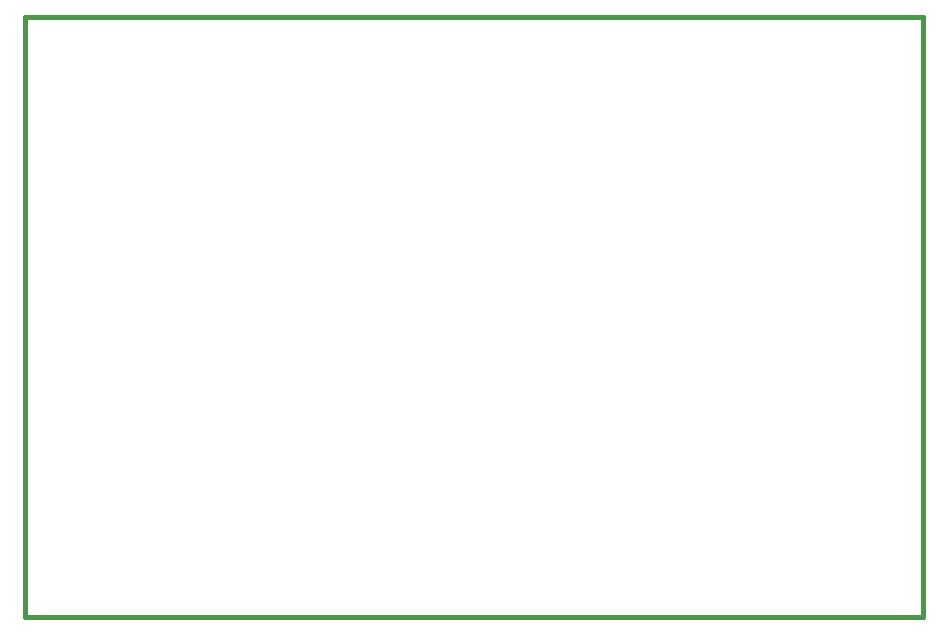
<source format=gm1>
G04 #@! TF.FileFunction,Profile,NP*
%FSLAX46Y46*%
G04 Gerber Fmt 4.6, Leading zero omitted, Abs format (unit mm)*
G04 Created by KiCad (PCBNEW 4.0.1-stable) date 2017-04-12 2:16:29 PM*
%MOMM*%
G01*
G04 APERTURE LIST*
%ADD10C,0.150000*%
%ADD11C,0.381000*%
G04 APERTURE END LIST*
D10*
D11*
X114203100Y-35566400D02*
X38196900Y-35566400D01*
X114203100Y-86353600D02*
X114203100Y-35566400D01*
X38196900Y-86353600D02*
X114203100Y-86353600D01*
X38196900Y-35566400D02*
X38196900Y-86353600D01*
M02*

</source>
